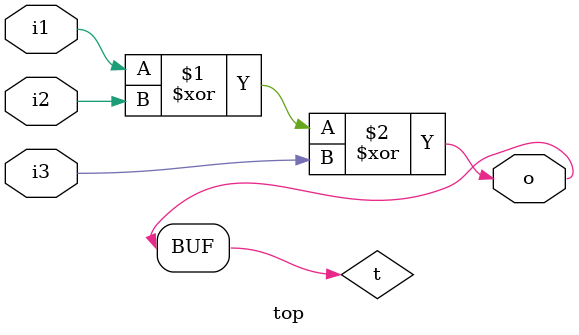
<source format=v>
module top ( i1 , i2 , i3 , o );

input i1 , i2 , i3 ;

output o ;

wire t ;

xor ( t, i1 , i2 ,i3 ) ;


buf ( o , t );

endmodule

</source>
